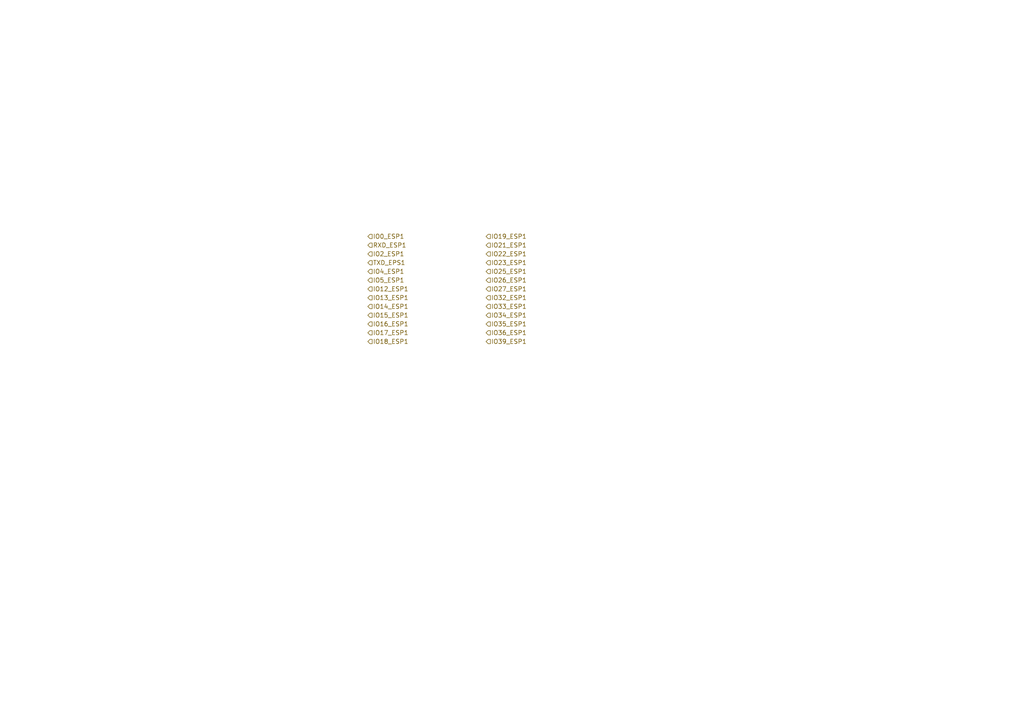
<source format=kicad_sch>
(kicad_sch (version 20230121) (generator eeschema)

  (uuid 132388f7-b6ac-4b57-b803-7f0a2e7680ff)

  (paper "A4")

  (lib_symbols
  )


  (hierarchical_label "IO13_ESP1" (shape input) (at 106.68 86.36 0) (fields_autoplaced)
    (effects (font (size 1.27 1.27)) (justify left))
    (uuid 1284845c-d0b6-492a-98a9-63ab752a0192)
    (property "Intersheetrefs" "${INTERSHEET_REFS}" (at 119.8251 86.36 0)
      (effects (font (size 1.27 1.27)) (justify left) hide)
    )
  )
  (hierarchical_label "IO23_ESP1" (shape input) (at 140.97 76.2 0) (fields_autoplaced)
    (effects (font (size 1.27 1.27)) (justify left))
    (uuid 1a48d522-7ff8-404c-810a-00b4456fafc7)
    (property "Intersheetrefs" "${INTERSHEET_REFS}" (at 154.1151 76.2 0)
      (effects (font (size 1.27 1.27)) (justify left) hide)
    )
  )
  (hierarchical_label "IO39_ESP1" (shape input) (at 140.97 99.06 0) (fields_autoplaced)
    (effects (font (size 1.27 1.27)) (justify left))
    (uuid 2dc8b340-fdde-4291-b359-a304430fe61a)
    (property "Intersheetrefs" "${INTERSHEET_REFS}" (at 154.1151 99.06 0)
      (effects (font (size 1.27 1.27)) (justify left) hide)
    )
  )
  (hierarchical_label "IO2_ESP1" (shape input) (at 106.68 73.66 0) (fields_autoplaced)
    (effects (font (size 1.27 1.27)) (justify left))
    (uuid 338c72e2-700d-4cdb-8981-3c0109ccfb27)
    (property "Intersheetrefs" "${INTERSHEET_REFS}" (at 118.6156 73.66 0)
      (effects (font (size 1.27 1.27)) (justify left) hide)
    )
  )
  (hierarchical_label "IO0_ESP1" (shape input) (at 106.68 68.58 0) (fields_autoplaced)
    (effects (font (size 1.27 1.27)) (justify left))
    (uuid 3908755e-6416-4052-a4bc-2ce4ebeae9a0)
    (property "Intersheetrefs" "${INTERSHEET_REFS}" (at 118.6156 68.58 0)
      (effects (font (size 1.27 1.27)) (justify left) hide)
    )
  )
  (hierarchical_label "IO15_ESP1" (shape input) (at 106.68 91.44 0) (fields_autoplaced)
    (effects (font (size 1.27 1.27)) (justify left))
    (uuid 3f4022b0-99dc-434e-87c8-3efff4d650d5)
    (property "Intersheetrefs" "${INTERSHEET_REFS}" (at 119.8251 91.44 0)
      (effects (font (size 1.27 1.27)) (justify left) hide)
    )
  )
  (hierarchical_label "IO16_ESP1" (shape input) (at 106.68 93.98 0) (fields_autoplaced)
    (effects (font (size 1.27 1.27)) (justify left))
    (uuid 42c90993-4447-41e0-9a6d-182bf0d66193)
    (property "Intersheetrefs" "${INTERSHEET_REFS}" (at 119.8251 93.98 0)
      (effects (font (size 1.27 1.27)) (justify left) hide)
    )
  )
  (hierarchical_label "RXD_ESP1" (shape input) (at 106.68 71.12 0) (fields_autoplaced)
    (effects (font (size 1.27 1.27)) (justify left))
    (uuid 676f1a99-7b3c-414b-a9a6-d54498a0cd47)
    (property "Intersheetrefs" "${INTERSHEET_REFS}" (at 119.2203 71.12 0)
      (effects (font (size 1.27 1.27)) (justify left) hide)
    )
  )
  (hierarchical_label "IO35_ESP1" (shape input) (at 140.97 93.98 0) (fields_autoplaced)
    (effects (font (size 1.27 1.27)) (justify left))
    (uuid 7d927ef9-d05a-4c76-8c44-ab791fcadef5)
    (property "Intersheetrefs" "${INTERSHEET_REFS}" (at 154.1151 93.98 0)
      (effects (font (size 1.27 1.27)) (justify left) hide)
    )
  )
  (hierarchical_label "IO19_ESP1" (shape input) (at 140.97 68.58 0) (fields_autoplaced)
    (effects (font (size 1.27 1.27)) (justify left))
    (uuid 81bd635f-7302-4473-b60e-b09f3d4292e7)
    (property "Intersheetrefs" "${INTERSHEET_REFS}" (at 154.1151 68.58 0)
      (effects (font (size 1.27 1.27)) (justify left) hide)
    )
  )
  (hierarchical_label "IO22_ESP1" (shape input) (at 140.97 73.66 0) (fields_autoplaced)
    (effects (font (size 1.27 1.27)) (justify left))
    (uuid 9287f2b0-115d-4c1a-9a3d-3c6f670d754d)
    (property "Intersheetrefs" "${INTERSHEET_REFS}" (at 154.1151 73.66 0)
      (effects (font (size 1.27 1.27)) (justify left) hide)
    )
  )
  (hierarchical_label "IO36_ESP1" (shape input) (at 140.97 96.52 0) (fields_autoplaced)
    (effects (font (size 1.27 1.27)) (justify left))
    (uuid 93d6b315-315e-4aa0-a025-6729d008b01a)
    (property "Intersheetrefs" "${INTERSHEET_REFS}" (at 154.1151 96.52 0)
      (effects (font (size 1.27 1.27)) (justify left) hide)
    )
  )
  (hierarchical_label "IO21_ESP1" (shape input) (at 140.97 71.12 0) (fields_autoplaced)
    (effects (font (size 1.27 1.27)) (justify left))
    (uuid 94e6cd32-c915-4135-bcf8-a26e5f08a2c1)
    (property "Intersheetrefs" "${INTERSHEET_REFS}" (at 154.1151 71.12 0)
      (effects (font (size 1.27 1.27)) (justify left) hide)
    )
  )
  (hierarchical_label "TXD_EPS1" (shape input) (at 106.68 76.2 0) (fields_autoplaced)
    (effects (font (size 1.27 1.27)) (justify left))
    (uuid 951ae526-78fc-449e-8539-187f23ba4de7)
    (property "Intersheetrefs" "${INTERSHEET_REFS}" (at 118.9179 76.2 0)
      (effects (font (size 1.27 1.27)) (justify left) hide)
    )
  )
  (hierarchical_label "IO4_ESP1" (shape input) (at 106.68 78.74 0) (fields_autoplaced)
    (effects (font (size 1.27 1.27)) (justify left))
    (uuid 9d1566fc-7f0c-42d0-bed2-e7cfc4e7b79d)
    (property "Intersheetrefs" "${INTERSHEET_REFS}" (at 118.6156 78.74 0)
      (effects (font (size 1.27 1.27)) (justify left) hide)
    )
  )
  (hierarchical_label "IO25_ESP1" (shape input) (at 140.97 78.74 0) (fields_autoplaced)
    (effects (font (size 1.27 1.27)) (justify left))
    (uuid a204f868-aa94-4097-931a-4012866b94fe)
    (property "Intersheetrefs" "${INTERSHEET_REFS}" (at 154.1151 78.74 0)
      (effects (font (size 1.27 1.27)) (justify left) hide)
    )
  )
  (hierarchical_label "IO27_ESP1" (shape input) (at 140.97 83.82 0) (fields_autoplaced)
    (effects (font (size 1.27 1.27)) (justify left))
    (uuid a3055ea2-499b-4793-babc-4516314102a6)
    (property "Intersheetrefs" "${INTERSHEET_REFS}" (at 154.1151 83.82 0)
      (effects (font (size 1.27 1.27)) (justify left) hide)
    )
  )
  (hierarchical_label "IO34_ESP1" (shape input) (at 140.97 91.44 0) (fields_autoplaced)
    (effects (font (size 1.27 1.27)) (justify left))
    (uuid a74faacd-f9ce-410b-b808-7577c367468b)
    (property "Intersheetrefs" "${INTERSHEET_REFS}" (at 154.1151 91.44 0)
      (effects (font (size 1.27 1.27)) (justify left) hide)
    )
  )
  (hierarchical_label "IO14_ESP1" (shape input) (at 106.68 88.9 0) (fields_autoplaced)
    (effects (font (size 1.27 1.27)) (justify left))
    (uuid a842605f-7bef-4f5a-b351-9e9e5b5d1051)
    (property "Intersheetrefs" "${INTERSHEET_REFS}" (at 119.8251 88.9 0)
      (effects (font (size 1.27 1.27)) (justify left) hide)
    )
  )
  (hierarchical_label "IO5_ESP1" (shape input) (at 106.68 81.28 0) (fields_autoplaced)
    (effects (font (size 1.27 1.27)) (justify left))
    (uuid beec9418-7359-4fd6-be62-1f0cdb50379c)
    (property "Intersheetrefs" "${INTERSHEET_REFS}" (at 118.6156 81.28 0)
      (effects (font (size 1.27 1.27)) (justify left) hide)
    )
  )
  (hierarchical_label "IO32_ESP1" (shape input) (at 140.97 86.36 0) (fields_autoplaced)
    (effects (font (size 1.27 1.27)) (justify left))
    (uuid c6261efe-ae2a-4642-8fc6-09ef184e6038)
    (property "Intersheetrefs" "${INTERSHEET_REFS}" (at 154.1151 86.36 0)
      (effects (font (size 1.27 1.27)) (justify left) hide)
    )
  )
  (hierarchical_label "IO18_ESP1" (shape input) (at 106.68 99.06 0) (fields_autoplaced)
    (effects (font (size 1.27 1.27)) (justify left))
    (uuid ccf0eb71-edab-43ea-84b7-a98f52cf5abd)
    (property "Intersheetrefs" "${INTERSHEET_REFS}" (at 119.8251 99.06 0)
      (effects (font (size 1.27 1.27)) (justify left) hide)
    )
  )
  (hierarchical_label "IO12_ESP1" (shape input) (at 106.68 83.82 0) (fields_autoplaced)
    (effects (font (size 1.27 1.27)) (justify left))
    (uuid e64e9cdb-0a96-4885-951e-ad5ef0346894)
    (property "Intersheetrefs" "${INTERSHEET_REFS}" (at 119.8251 83.82 0)
      (effects (font (size 1.27 1.27)) (justify left) hide)
    )
  )
  (hierarchical_label "IO17_ESP1" (shape input) (at 106.68 96.52 0) (fields_autoplaced)
    (effects (font (size 1.27 1.27)) (justify left))
    (uuid edd8d64a-5417-4ecc-92b1-7b3a4c6b13e6)
    (property "Intersheetrefs" "${INTERSHEET_REFS}" (at 119.8251 96.52 0)
      (effects (font (size 1.27 1.27)) (justify left) hide)
    )
  )
  (hierarchical_label "IO33_ESP1" (shape input) (at 140.97 88.9 0) (fields_autoplaced)
    (effects (font (size 1.27 1.27)) (justify left))
    (uuid f40f569e-5208-4261-9612-e920512a944f)
    (property "Intersheetrefs" "${INTERSHEET_REFS}" (at 154.1151 88.9 0)
      (effects (font (size 1.27 1.27)) (justify left) hide)
    )
  )
  (hierarchical_label "IO26_ESP1" (shape input) (at 140.97 81.28 0) (fields_autoplaced)
    (effects (font (size 1.27 1.27)) (justify left))
    (uuid f8c5928d-674c-4d21-84ff-379b43c1b98c)
    (property "Intersheetrefs" "${INTERSHEET_REFS}" (at 154.1151 81.28 0)
      (effects (font (size 1.27 1.27)) (justify left) hide)
    )
  )
)

</source>
